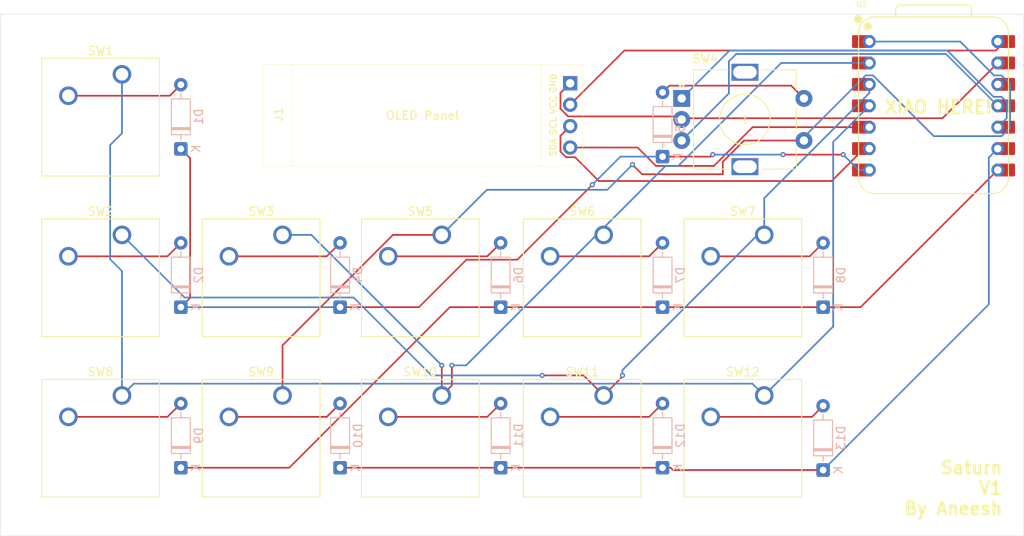
<source format=kicad_pcb>
(kicad_pcb (version 20241229) (generator "pcbnew") (generator_version "9.0")
  (layers (0 "F.Cu" signal) (2 "B.Cu" signal) (13 "F.Paste" user) (15 "B.Paste" user) (5 "F.SilkS" user "F.Silkscreen") (7 "B.SilkS" user "B.Silkscreen") (1 "F.Mask" user) (3 "B.Mask" user) (25 "Edge.Cuts" user))
  (net 0 "")
  (net 1 "Net-(D1-A)")
  (net 2 "R0")
  (net 3 "Net-(D2-A)")
  (net 4 "Net-(D4-A)")
  (net 5 "Net-(D5-A)")
  (net 6 "Net-(D6-A)")
  (net 7 "R1")
  (net 8 "Net-(D7-A)")
  (net 9 "Net-(D8-A)")
  (net 10 "Net-(D9-A)")
  (net 11 "Net-(D10-A)")
  (net 12 "R2")
  (net 13 "Net-(D11-A)")
  (net 14 "Net-(D12-A)")
  (net 15 "Net-(D13-A)")
  (net 16 "SCL")
  (net 17 "SDA")
  (net 18 "+5V")
  (net 19 "GND")
  (net 20 "C3")
  (net 21 "C2")
  (net 22 "C1")
  (net 23 "C0")
  (net 24 "EC11A")
  (net 25 "EC11B")
  (net 26 "+3.3V")
  (footprint "Button_Switch_Keyboard:SW_Cherry_MX_1.00u_PCB" (layer "F.Cu") (at 147.7932 114.3)
    (property "Reference" "SW12" (at -2.54 -2.794 0) (layer "F.SilkS"))
    (property "Value" "SW_Push_45deg")
    (fp_line (start -9.525 -1.905) (end 4.445 -1.905) (stroke (width 0.12)) (layer "F.SilkS"))
    (fp_line (start -9.525 12.065) (end -9.525 -1.905) (stroke (width 0.12)) (layer "F.SilkS"))
    (fp_line (start 4.445 -1.905) (end 4.445 12.065) (stroke (width 0.12)) (layer "F.SilkS"))
    (fp_line (start 4.445 12.065) (end -9.525 12.065) (stroke (width 0.12)) (layer "F.SilkS"))
    (pad "" np_thru_hole circle (at -7.62 5.08) (size 1.7 1.7) (drill 1.7) (layers "*.Cu" "*.Mask"))
    (pad "" np_thru_hole circle (at -2.54 5.08) (size 4 4) (drill 4) (layers "*.Cu" "*.Mask"))
    (pad "" np_thru_hole circle (at 2.54 5.08) (size 1.7 1.7) (drill 1.7) (layers "*.Cu" "*.Mask"))
    (pad "1" thru_hole circle (at 0 0) (size 2.2 2.2) (drill 1.5) (layers "*.Cu" "*.Mask") (net 20 "C3"))
    (pad "2" thru_hole circle (at -6.35 2.54) (size 2.2 2.2) (drill 1.5) (layers "*.Cu" "*.Mask") (net 15 "Net-(D13-A)"))
  )
  (footprint "Button_Switch_Keyboard:SW_Cherry_MX_1.00u_PCB" (layer "F.Cu") (at 109.5375 95.25)
    (property "Reference" "SW5" (at -2.54 -2.794 0) (layer "F.SilkS"))
    (property "Value" "SW_Push_45deg")
    (fp_line (start -9.525 -1.905) (end 4.445 -1.905) (stroke (width 0.12)) (layer "F.SilkS"))
    (fp_line (start -9.525 12.065) (end -9.525 -1.905) (stroke (width 0.12)) (layer "F.SilkS"))
    (fp_line (start 4.445 -1.905) (end 4.445 12.065) (stroke (width 0.12)) (layer "F.SilkS"))
    (fp_line (start 4.445 12.065) (end -9.525 12.065) (stroke (width 0.12)) (layer "F.SilkS"))
    (pad "" np_thru_hole circle (at -7.62 5.08) (size 1.7 1.7) (drill 1.7) (layers "*.Cu" "*.Mask"))
    (pad "" np_thru_hole circle (at -2.54 5.08) (size 4 4) (drill 4) (layers "*.Cu" "*.Mask"))
    (pad "" np_thru_hole circle (at 2.54 5.08) (size 1.7 1.7) (drill 1.7) (layers "*.Cu" "*.Mask"))
    (pad "1" thru_hole circle (at 0 0) (size 2.2 2.2) (drill 1.5) (layers "*.Cu" "*.Mask") (net 23 "C0"))
    (pad "2" thru_hole circle (at -6.35 2.54) (size 2.2 2.2) (drill 1.5) (layers "*.Cu" "*.Mask") (net 6 "Net-(D6-A)"))
  )
  (footprint "Button_Switch_Keyboard:SW_Cherry_MX_1.00u_PCB" (layer "F.Cu") (at 147.7932 95.25)
    (property "Reference" "SW7" (at -2.54 -2.794 0) (layer "F.SilkS"))
    (property "Value" "SW_Push_45deg")
    (fp_line (start -9.525 -1.905) (end 4.445 -1.905) (stroke (width 0.12)) (layer "F.SilkS"))
    (fp_line (start -9.525 12.065) (end -9.525 -1.905) (stroke (width 0.12)) (layer "F.SilkS"))
    (fp_line (start 4.445 -1.905) (end 4.445 12.065) (stroke (width 0.12)) (layer "F.SilkS"))
    (fp_line (start 4.445 12.065) (end -9.525 12.065) (stroke (width 0.12)) (layer "F.SilkS"))
    (pad "" np_thru_hole circle (at -7.62 5.08) (size 1.7 1.7) (drill 1.7) (layers "*.Cu" "*.Mask"))
    (pad "" np_thru_hole circle (at -2.54 5.08) (size 4 4) (drill 4) (layers "*.Cu" "*.Mask"))
    (pad "" np_thru_hole circle (at 2.54 5.08) (size 1.7 1.7) (drill 1.7) (layers "*.Cu" "*.Mask"))
    (pad "1" thru_hole circle (at 0 0) (size 2.2 2.2) (drill 1.5) (layers "*.Cu" "*.Mask") (net 21 "C2"))
    (pad "2" thru_hole circle (at -6.35 2.54) (size 2.2 2.2) (drill 1.5) (layers "*.Cu" "*.Mask") (net 9 "Net-(D8-A)"))
  )
  (footprint "Button_Switch_Keyboard:SW_Cherry_MX_1.00u_PCB" (layer "F.Cu") (at 71.5948 76.2)
    (property "Reference" "SW1" (at -2.54 -2.794 0) (layer "F.SilkS"))
    (property "Value" "SW_Push_45deg")
    (fp_line (start -9.525 -1.905) (end 4.445 -1.905) (stroke (width 0.12)) (layer "F.SilkS"))
    (fp_line (start -9.525 12.065) (end -9.525 -1.905) (stroke (width 0.12)) (layer "F.SilkS"))
    (fp_line (start 4.445 -1.905) (end 4.445 12.065) (stroke (width 0.12)) (layer "F.SilkS"))
    (fp_line (start 4.445 12.065) (end -9.525 12.065) (stroke (width 0.12)) (layer "F.SilkS"))
    (pad "" np_thru_hole circle (at -7.62 5.08) (size 1.7 1.7) (drill 1.7) (layers "*.Cu" "*.Mask"))
    (pad "" np_thru_hole circle (at -2.54 5.08) (size 4 4) (drill 4) (layers "*.Cu" "*.Mask"))
    (pad "" np_thru_hole circle (at 2.54 5.08) (size 1.7 1.7) (drill 1.7) (layers "*.Cu" "*.Mask"))
    (pad "1" thru_hole circle (at 0 0) (size 2.2 2.2) (drill 1.5) (layers "*.Cu" "*.Mask") (net 20 "C3"))
    (pad "2" thru_hole circle (at -6.35 2.54) (size 2.2 2.2) (drill 1.5) (layers "*.Cu" "*.Mask") (net 1 "Net-(D1-A)"))
  )
  (footprint "Button_Switch_Keyboard:SW_Cherry_MX_1.00u_PCB" (layer "F.Cu") (at 71.5948 95.25)
    (property "Reference" "SW2" (at -2.54 -2.794 0) (layer "F.SilkS"))
    (property "Value" "SW_Push_45deg")
    (fp_line (start -9.525 -1.905) (end 4.445 -1.905) (stroke (width 0.12)) (layer "F.SilkS"))
    (fp_line (start -9.525 12.065) (end -9.525 -1.905) (stroke (width 0.12)) (layer "F.SilkS"))
    (fp_line (start 4.445 -1.905) (end 4.445 12.065) (stroke (width 0.12)) (layer "F.SilkS"))
    (fp_line (start 4.445 12.065) (end -9.525 12.065) (stroke (width 0.12)) (layer "F.SilkS"))
    (pad "" np_thru_hole circle (at -7.62 5.08) (size 1.7 1.7) (drill 1.7) (layers "*.Cu" "*.Mask"))
    (pad "" np_thru_hole circle (at -2.54 5.08) (size 4 4) (drill 4) (layers "*.Cu" "*.Mask"))
    (pad "" np_thru_hole circle (at 2.54 5.08) (size 1.7 1.7) (drill 1.7) (layers "*.Cu" "*.Mask"))
    (pad "1" thru_hole circle (at 0 0) (size 2.2 2.2) (drill 1.5) (layers "*.Cu" "*.Mask") (net 21 "C2"))
    (pad "2" thru_hole circle (at -6.35 2.54) (size 2.2 2.2) (drill 1.5) (layers "*.Cu" "*.Mask") (net 3 "Net-(D2-A)"))
  )
  (footprint "Button_Switch_Keyboard:SW_Cherry_MX_1.00u_PCB" (layer "F.Cu") (at 128.7436 114.3)
    (property "Reference" "SW11" (at -2.54 -2.794 0) (layer "F.SilkS"))
    (property "Value" "SW_Push_45deg")
    (fp_line (start -9.525 -1.905) (end 4.445 -1.905) (stroke (width 0.12)) (layer "F.SilkS"))
    (fp_line (start -9.525 12.065) (end -9.525 -1.905) (stroke (width 0.12)) (layer "F.SilkS"))
    (fp_line (start 4.445 -1.905) (end 4.445 12.065) (stroke (width 0.12)) (layer "F.SilkS"))
    (fp_line (start 4.445 12.065) (end -9.525 12.065) (stroke (width 0.12)) (layer "F.SilkS"))
    (pad "" np_thru_hole circle (at -7.62 5.08) (size 1.7 1.7) (drill 1.7) (layers "*.Cu" "*.Mask"))
    (pad "" np_thru_hole circle (at -2.54 5.08) (size 4 4) (drill 4) (layers "*.Cu" "*.Mask"))
    (pad "" np_thru_hole circle (at 2.54 5.08) (size 1.7 1.7) (drill 1.7) (layers "*.Cu" "*.Mask"))
    (pad "1" thru_hole circle (at 0 0) (size 2.2 2.2) (drill 1.5) (layers "*.Cu" "*.Mask") (net 21 "C2"))
    (pad "2" thru_hole circle (at -6.35 2.54) (size 2.2 2.2) (drill 1.5) (layers "*.Cu" "*.Mask") (net 14 "Net-(D12-A)"))
  )
  (footprint "Button_Switch_Keyboard:SW_Cherry_MX_1.00u_PCB" (layer "F.Cu") (at 109.5375 114.3)
    (property "Reference" "SW10" (at -2.54 -2.794 0) (layer "F.SilkS"))
    (property "Value" "SW_Push_45deg")
    (fp_line (start -9.525 -1.905) (end 4.445 -1.905) (stroke (width 0.12)) (layer "F.SilkS"))
    (fp_line (start -9.525 12.065) (end -9.525 -1.905) (stroke (width 0.12)) (layer "F.SilkS"))
    (fp_line (start 4.445 -1.905) (end 4.445 12.065) (stroke (width 0.12)) (layer "F.SilkS"))
    (fp_line (start 4.445 12.065) (end -9.525 12.065) (stroke (width 0.12)) (layer "F.SilkS"))
    (pad "" np_thru_hole circle (at -7.62 5.08) (size 1.7 1.7) (drill 1.7) (layers "*.Cu" "*.Mask"))
    (pad "" np_thru_hole circle (at -2.54 5.08) (size 4 4) (drill 4) (layers "*.Cu" "*.Mask"))
    (pad "" np_thru_hole circle (at 2.54 5.08) (size 1.7 1.7) (drill 1.7) (layers "*.Cu" "*.Mask"))
    (pad "1" thru_hole circle (at 0 0) (size 2.2 2.2) (drill 1.5) (layers "*.Cu" "*.Mask") (net 22 "C1"))
    (pad "2" thru_hole circle (at -6.35 2.54) (size 2.2 2.2) (drill 1.5) (layers "*.Cu" "*.Mask") (net 13 "Net-(D11-A)"))
  )
  (footprint "Button_Switch_Keyboard:SW_Cherry_MX_1.00u_PCB" (layer "F.Cu") (at 128.7436 95.25)
    (property "Reference" "SW6" (at -2.54 -2.794 0) (layer "F.SilkS"))
    (property "Value" "SW_Push_45deg")
    (fp_line (start -9.525 -1.905) (end 4.445 -1.905) (stroke (width 0.12)) (layer "F.SilkS"))
    (fp_line (start -9.525 12.065) (end -9.525 -1.905) (stroke (width 0.12)) (layer "F.SilkS"))
    (fp_line (start 4.445 -1.905) (end 4.445 12.065) (stroke (width 0.12)) (layer "F.SilkS"))
    (fp_line (start 4.445 12.065) (end -9.525 12.065) (stroke (width 0.12)) (layer "F.SilkS"))
    (pad "" np_thru_hole circle (at -7.62 5.08) (size 1.7 1.7) (drill 1.7) (layers "*.Cu" "*.Mask"))
    (pad "" np_thru_hole circle (at -2.54 5.08) (size 4 4) (drill 4) (layers "*.Cu" "*.Mask"))
    (pad "" np_thru_hole circle (at 2.54 5.08) (size 1.7 1.7) (drill 1.7) (layers "*.Cu" "*.Mask"))
    (pad "1" thru_hole circle (at 0 0) (size 2.2 2.2) (drill 1.5) (layers "*.Cu" "*.Mask") (net 22 "C1"))
    (pad "2" thru_hole circle (at -6.35 2.54) (size 2.2 2.2) (drill 1.5) (layers "*.Cu" "*.Mask") (net 8 "Net-(D7-A)"))
  )
  (footprint "Rotary encoder:RotaryEncoder_Alps_EC11E-Switch_Vertical_H20mm" (layer "F.Cu") (at 138.0032 79.0561)
    (property "Reference" "SW4" (at 2.8 -4.7 0) (layer "F.SilkS"))
    (property "Value" "RotaryEncoder_Switch")
    (fp_line (start -0.3 -1.6) (end 0.3 -1.6) (stroke (width 0.12)) (layer "F.SilkS"))
    (fp_line (start 0 -1.3) (end -0.3 -1.6) (stroke (width 0.12)) (layer "F.SilkS"))
    (fp_line (start 0.3 -1.6) (end 0 -1.3) (stroke (width 0.12)) (layer "F.SilkS"))
    (fp_line (start 1.4 -3.4) (end 1.4 8.4) (stroke (width 0.12)) (layer "F.SilkS"))
    (fp_line (start 5.5 -3.4) (end 1.4 -3.4) (stroke (width 0.12)) (layer "F.SilkS"))
    (fp_line (start 5.5 8.4) (end 1.4 8.4) (stroke (width 0.12)) (layer "F.SilkS"))
    (fp_line (start 7 2.5) (end 8 2.5) (stroke (width 0.12)) (layer "F.SilkS"))
    (fp_line (start 7.5 2) (end 7.5 3) (stroke (width 0.12)) (layer "F.SilkS"))
    (fp_line (start 9.5 -3.4) (end 13.6 -3.4) (stroke (width 0.12)) (layer "F.SilkS"))
    (fp_line (start 13.6 -3.4) (end 13.6 -1) (stroke (width 0.12)) (layer "F.SilkS"))
    (fp_line (start 13.6 1.2) (end 13.6 3.8) (stroke (width 0.12)) (layer "F.SilkS"))
    (fp_line (start 13.6 6) (end 13.6 8.4) (stroke (width 0.12)) (layer "F.SilkS"))
    (fp_line (start 13.6 8.4) (end 9.5 8.4) (stroke (width 0.12)) (layer "F.SilkS"))
    (fp_circle (center 7.5 2.5) (end 10.5 2.5) (stroke (width 0.12)) (fill no) (layer "F.SilkS"))
    (pad "A" thru_hole rect (at 0 0) (size 2 2) (drill 1) (layers "*.Cu" "*.Mask") (net 24 "EC11A"))
    (pad "B" thru_hole circle (at 0 5) (size 2 2) (drill 1) (layers "*.Cu" "*.Mask") (net 25 "EC11B"))
    (pad "C" thru_hole circle (at 0 2.5) (size 2 2) (drill 1) (layers "*.Cu" "*.Mask") (net 19 "GND"))
    (pad "MP" thru_hole rect (at 7.5 -3.1) (size 3.2 2) (drill oval 2.8 1.5) (layers "*.Cu" "*.Mask"))
    (pad "MP" thru_hole rect (at 7.5 8.1) (size 3.2 2) (drill oval 2.8 1.5) (layers "*.Cu" "*.Mask"))
    (pad "S1" thru_hole circle (at 14.5 5) (size 2 2) (drill 1) (layers "*.Cu" "*.Mask") (net 23 "C0"))
    (pad "S2" thru_hole circle (at 14.5 0) (size 2 2) (drill 1) (layers "*.Cu" "*.Mask") (net 5 "Net-(D5-A)"))
  )
  (footprint "Button_Switch_Keyboard:SW_Cherry_MX_1.00u_PCB" (layer "F.Cu") (at 90.6444 95.25)
    (property "Reference" "SW3" (at -2.54 -2.794 0) (layer "F.SilkS"))
    (property "Value" "SW_Push_45deg")
    (fp_line (start -9.525 -1.905) (end 4.445 -1.905) (stroke (width 0.12)) (layer "F.SilkS"))
    (fp_line (start -9.525 12.065) (end -9.525 -1.905) (stroke (width 0.12)) (layer "F.SilkS"))
    (fp_line (start 4.445 -1.905) (end 4.445 12.065) (stroke (width 0.12)) (layer "F.SilkS"))
    (fp_line (start 4.445 12.065) (end -9.525 12.065) (stroke (width 0.12)) (layer "F.SilkS"))
    (pad "" np_thru_hole circle (at -7.62 5.08) (size 1.7 1.7) (drill 1.7) (layers "*.Cu" "*.Mask"))
    (pad "" np_thru_hole circle (at -2.54 5.08) (size 4 4) (drill 4) (layers "*.Cu" "*.Mask"))
    (pad "" np_thru_hole circle (at 2.54 5.08) (size 1.7 1.7) (drill 1.7) (layers "*.Cu" "*.Mask"))
    (pad "1" thru_hole circle (at 0 0) (size 2.2 2.2) (drill 1.5) (layers "*.Cu" "*.Mask") (net 22 "C1"))
    (pad "2" thru_hole circle (at -6.35 2.54) (size 2.2 2.2) (drill 1.5) (layers "*.Cu" "*.Mask") (net 4 "Net-(D4-A)"))
  )
  (footprint "KiCad-SSD1306-0.91-OLED-4pin-128x32.pretty-master:SSD1306-0.91-OLED-4pin-128x32" (layer "F.Cu") (at 88.269 75.0758)
    (property "Reference" "J1" (at 1.9 5.91 90) (layer "F.SilkS"))
    (property "Value" "Conn_01x04_Pin")
    (fp_line (start 0 0) (end 0 12) (stroke (width 0.04)) (layer "F.SilkS"))
    (fp_line (start 0 12) (end 38 12) (stroke (width 0.04)) (layer "F.SilkS"))
    (fp_line (start 3.5 0) (end 3.5 12) (stroke (width 0.04)) (layer "F.SilkS"))
    (fp_line (start 33 0) (end 33 12) (stroke (width 0.04)) (layer "F.SilkS"))
    (fp_line (start 38 0) (end 0 0) (stroke (width 0.04)) (layer "F.SilkS"))
    (fp_line (start 38 12) (end 38 0) (stroke (width 0.04)) (layer "F.SilkS"))
    (fp_text user "OLED Panel" (at 19 6 0) (layer "F.SilkS"))
    (fp_text user "SCL" (at 34.5 7.27 270) (layer "F.SilkS") (effects (font (size 0.75 0.75))))
    (fp_text user "VCC" (at 34.5 4.73 270) (layer "F.SilkS") (effects (font (size 0.75 0.75))))
    (fp_text user "SDA" (at 34.5 9.81 270) (layer "F.SilkS") (effects (font (size 0.75 0.75))))
    (fp_text user "GND" (at 34.5 2.19 270) (layer "F.SilkS") (effects (font (size 0.75 0.75))))
    (pad "1" thru_hole rect (at 36.5 2.19) (size 1.7 1.7) (drill 1) (layers "*.Cu" "*.Mask") (net 19 "GND"))
    (pad "2" thru_hole oval (at 36.5 4.73) (size 1.7 1.7) (drill 1) (layers "*.Cu" "*.Mask") (net 18 "+5V"))
    (pad "3" thru_hole oval (at 36.5 7.27) (size 1.7 1.7) (drill 1) (layers "*.Cu" "*.Mask") (net 16 "SCL"))
    (pad "4" thru_hole oval (at 36.5 9.81) (size 1.7 1.7) (drill 1) (layers "*.Cu" "*.Mask") (net 17 "SDA"))
  )
  (footprint "Seeed Studio XIAO Series Library:XIAO-RP2040-DIP" (layer "F.Cu") (at 167.88165 79.93225)
    (property "Reference" "U2" (at -8.5 -12 0) (layer "F.SilkS") (effects (font (size 0.635 0.635) (thickness 0.1016))))
    (property "Value" "XIAO-RP2040-DIP")
    (fp_line (start -8.89 8.509) (end -8.89 -8.636) (stroke (width 0.127)) (layer "F.SilkS"))
    (fp_line (start -6.985 10.414) (end 6.985 10.414) (stroke (width 0.127)) (layer "F.SilkS"))
    (fp_line (start -4.495 -10.541) (end -4.491272 -11.451272) (stroke (width 0.127)) (layer "F.SilkS"))
    (fp_line (start -3.991272 -11.951) (end 4.004 -11.951) (stroke (width 0.127)) (layer "F.SilkS"))
    (fp_line (start 4.504 -11.451) (end 4.504 -10.541) (stroke (width 0.127)) (layer "F.SilkS"))
    (fp_line (start 6.985 -10.541) (end -6.985 -10.541) (stroke (width 0.1)) (layer "F.SilkS"))
    (fp_line (start 6.985 -10.541) (end -6.985 -10.541) (stroke (width 0.127)) (layer "F.SilkS"))
    (fp_line (start 8.89 8.509) (end 8.89 -8.636) (stroke (width 0.127)) (layer "F.SilkS"))
    (fp_arc (start -8.89 -8.636) (mid -8.332038 -9.983038) (end -6.985 -10.541) (stroke (width 0.127)) (layer "F.SilkS"))
    (fp_arc (start -6.985 10.414) (mid -8.332038 9.856038) (end -8.89 8.509) (stroke (width 0.127)) (layer "F.SilkS"))
    (fp_arc (start -4.491272 -11.451272) (mid -4.344728 -11.80464) (end -3.991272 -11.951) (stroke (width 0.127)) (layer "F.SilkS"))
    (fp_arc (start 4.004 -11.951) (mid 4.357553 -11.804553) (end 4.504 -11.451) (stroke (width 0.127)) (layer "F.SilkS"))
    (fp_arc (start 6.985 -10.541) (mid 8.332038 -9.983038) (end 8.89 -8.636) (stroke (width 0.127)) (layer "F.SilkS"))
    (fp_arc (start 8.89 8.509) (mid 8.332038 9.856038) (end 6.985 10.414) (stroke (width 0.127)) (layer "F.SilkS"))
    (fp_circle (center -8.95 -10.3) (end -8.95 -10.554) (stroke (width 0.5)) (fill yes) (layer "F.SilkS"))
    (fp_circle (center -7.807 -9.42) (end -7.807 -9.674) (stroke (width 0.5)) (fill yes) (layer "F.SilkS"))
    (pad "1" smd roundrect (at -8.455 -7.62 180) (size 2.432 1.524) (layers "F.Cu" "F.Mask") (roundrect_rratio 0.1) (net 23 "C0"))
    (pad "1" thru_hole circle (at -7.62 -7.62 180) (size 1.524 1.524) (drill 0.889) (layers "*.Cu" "*.Mask") (net 23 "C0"))
    (pad "2" smd roundrect (at -8.455 -5.08 180) (size 2.432 1.524) (layers "F.Cu" "F.Mask") (roundrect_rratio 0.1) (net 22 "C1"))
    (pad "2" thru_hole circle (at -7.62 -5.08 180) (size 1.524 1.524) (drill 0.889) (layers "*.Cu" "*.Mask") (net 22 "C1"))
    (pad "3" smd roundrect (at -8.455 -2.54 180) (size 2.432 1.524) (layers "F.Cu" "F.Mask") (roundrect_rratio 0.1) (net 21 "C2"))
    (pad "3" thru_hole circle (at -7.62 -2.54 180) (size 1.524 1.524) (drill 0.889) (layers "*.Cu" "*.Mask") (net 21 "C2"))
    (pad "4" smd roundrect (at -8.455 0 180) (size 2.432 1.524) (layers "F.Cu" "F.Mask") (roundrect_rratio 0.1) (net 20 "C3"))
    (pad "4" thru_hole circle (at -7.62 0 180) (size 1.524 1.524) (drill 0.889) (layers "*.Cu" "*.Mask") (net 20 "C3"))
    (pad "5" smd roundrect (at -8.455 2.54 180) (size 2.432 1.524) (layers "F.Cu" "F.Mask") (roundrect_rratio 0.1) (net 17 "SDA"))
    (pad "5" thru_hole circle (at -7.62 2.54 180) (size 1.524 1.524) (drill 0.889) (layers "*.Cu" "*.Mask") (net 17 "SDA"))
    (pad "6" smd roundrect (at -8.455 5.08 180) (size 2.432 1.524) (layers "F.Cu" "F.Mask") (roundrect_rratio 0.1) (net 16 "SCL"))
    (pad "6" thru_hole circle (at -7.62 5.08 180) (size 1.524 1.524) (drill 0.889) (layers "*.Cu" "*.Mask") (net 16 "SCL"))
    (pad "7" smd roundrect (at -8.455 7.62 180) (size 2.432 1.524) (layers "F.Cu" "F.Mask") (roundrect_rratio 0.1) (net 2 "R0"))
    (pad "7" thru_hole circle (at -7.62 7.62 180) (size 1.524 1.524) (drill 0.889) (layers "*.Cu" "*.Mask") (net 2 "R0"))
    (pad "8" thru_hole circle (at 7.62 7.62) (size 1.524 1.524) (drill 0.889) (layers "*.Cu" "*.Mask") (net 7 "R1"))
    (pad "8" smd roundrect (at 8.455 7.62) (size 2.432 1.524) (layers "F.Cu" "F.Mask") (roundrect_rratio 0.1) (net 7 "R1"))
    (pad "9" thru_hole circle (at 7.62 5.08) (size 1.524 1.524) (drill 0.889) (layers "*.Cu" "*.Mask") (net 12 "R2"))
    (pad "9" smd roundrect (at 8.455 5.08) (size 2.432 1.524) (layers "F.Cu" "F.Mask") (roundrect_rratio 0.1) (net 12 "R2"))
    (pad "10" thru_hole circle (at 7.62 2.54) (size 1.524 1.524) (drill 0.889) (layers "*.Cu" "*.Mask") (net 24 "EC11A"))
    (pad "10" smd roundrect (at 8.455 2.54) (size 2.432 1.524) (layers "F.Cu" "F.Mask") (roundrect_rratio 0.1) (net 24 "EC11A"))
    (pad "11" thru_hole circle (at 7.62 0) (size 1.524 1.524) (drill 0.889) (layers "*.Cu" "*.Mask") (net 25 "EC11B"))
    (pad "11" smd roundrect (at 8.455 0) (size 2.432 1.524) (layers "F.Cu" "F.Mask") (roundrect_rratio 0.1) (net 25 "EC11B"))
    (pad "12" thru_hole circle (at 7.62 -2.54) (size 1.524 1.524) (drill 0.889) (layers "*.Cu" "*.Mask") (net 26 "+3.3V"))
    (pad "12" smd roundrect (at 8.455 -2.54) (size 2.432 1.524) (layers "F.Cu" "F.Mask") (roundrect_rratio 0.1) (net 26 "+3.3V"))
    (pad "13" thru_hole circle (at 7.62 -5.08) (size 1.524 1.524) (drill 0.889) (layers "*.Cu" "*.Mask") (net 19 "GND"))
    (pad "13" smd roundrect (at 8.455 -5.08) (size 2.432 1.524) (layers "F.Cu" "F.Mask") (roundrect_rratio 0.1) (net 19 "GND"))
    (pad "14" thru_hole circle (at 7.62 -7.62) (size 1.524 1.524) (drill 0.889) (layers "*.Cu" "*.Mask") (net 18 "+5V"))
    (pad "14" smd roundrect (at 8.455 -7.62) (size 2.432 1.524) (layers "F.Cu" "F.Mask") (roundrect_rratio 0.1) (net 18 "+5V"))
  )
  (footprint "Button_Switch_Keyboard:SW_Cherry_MX_1.00u_PCB" (layer "F.Cu") (at 71.5948 114.3)
    (property "Reference" "SW8" (at -2.54 -2.794 0) (layer "F.SilkS"))
    (property "Value" "SW_Push_45deg")
    (fp_line (start -9.525 -1.905) (end 4.445 -1.905) (stroke (width 0.12)) (layer "F.SilkS"))
    (fp_line (start -9.525 12.065) (end -9.525 -1.905) (stroke (width 0.12)) (layer "F.SilkS"))
    (fp_line (start 4.445 -1.905) (end 4.445 12.065) (stroke (width 0.12)) (layer "F.SilkS"))
    (fp_line (start 4.445 12.065) (end -9.525 12.065) (stroke (width 0.12)) (layer "F.SilkS"))
    (pad "" np_thru_hole circle (at -7.62 5.08) (size 1.7 1.7) (drill 1.7) (layers "*.Cu" "*.Mask"))
    (pad "" np_thru_hole circle (at -2.54 5.08) (size 4 4) (drill 4) (layers "*.Cu" "*.Mask"))
    (pad "" np_thru_hole circle (at 2.54 5.08) (size 1.7 1.7) (drill 1.7) (layers "*.Cu" "*.Mask"))
    (pad "1" thru_hole circle (at 0 0) (size 2.2 2.2) (drill 1.5) (layers "*.Cu" "*.Mask") (net 20 "C3"))
    (pad "2" thru_hole circle (at -6.35 2.54) (size 2.2 2.2) (drill 1.5) (layers "*.Cu" "*.Mask") (net 10 "Net-(D9-A)"))
  )
  (footprint "Button_Switch_Keyboard:SW_Cherry_MX_1.00u_PCB" (layer "F.Cu") (at 90.6444 114.3)
    (property "Reference" "SW9" (at -2.54 -2.794 0) (layer "F.SilkS"))
    (property "Value" "SW_Push_45deg")
    (fp_line (start -9.525 -1.905) (end 4.445 -1.905) (stroke (width 0.12)) (layer "F.SilkS"))
    (fp_line (start -9.525 12.065) (end -9.525 -1.905) (stroke (width 0.12)) (layer "F.SilkS"))
    (fp_line (start 4.445 -1.905) (end 4.445 12.065) (stroke (width 0.12)) (layer "F.SilkS"))
    (fp_line (start 4.445 12.065) (end -9.525 12.065) (stroke (width 0.12)) (layer "F.SilkS"))
    (pad "" np_thru_hole circle (at -7.62 5.08) (size 1.7 1.7) (drill 1.7) (layers "*.Cu" "*.Mask"))
    (pad "" np_thru_hole circle (at -2.54 5.08) (size 4 4) (drill 4) (layers "*.Cu" "*.Mask"))
    (pad "" np_thru_hole circle (at 2.54 5.08) (size 1.7 1.7) (drill 1.7) (layers "*.Cu" "*.Mask"))
    (pad "1" thru_hole circle (at 0 0) (size 2.2 2.2) (drill 1.5) (layers "*.Cu" "*.Mask") (net 23 "C0"))
    (pad "2" thru_hole circle (at -6.35 2.54) (size 2.2 2.2) (drill 1.5) (layers "*.Cu" "*.Mask") (net 11 "Net-(D10-A)"))
  )
  (footprint "Diode_THT:D_DO-35_SOD27_P7.62mm_Horizontal" (layer "B.Cu") (at 116.5225 122.8746 90)
    (property "Reference" "D11" (at 3.81 2.12 270) (layer "B.SilkS") (effects (justify mirror)))
    (property "Value" "1N4148WT")
    (fp_line (start 6.58 0) (end 5.93 0) (stroke (width 0.12)) (layer "B.SilkS"))
    (fp_line (start 1.04 0) (end 1.69 0) (stroke (width 0.12)) (layer "B.SilkS"))
    (fp_line (start 2.53 1.12) (end 2.53 -1.12) (stroke (width 0.12)) (layer "B.SilkS"))
    (fp_line (start 2.41 1.12) (end 2.41 -1.12) (stroke (width 0.12)) (layer "B.SilkS"))
    (fp_line (start 2.29 1.12) (end 2.29 -1.12) (stroke (width 0.12)) (layer "B.SilkS"))
    (fp_rect (start 1.69 1.12) (end 5.93 -1.12) (stroke (width 0.12)) (fill no) (layer "B.SilkS"))
    (fp_text user "K" (at 0 1.8 270) (layer "B.SilkS") (effects (justify mirror)))
    (pad "1" thru_hole roundrect (at 0 0 90) (size 1.6 1.6) (drill 0.8) (layers "*.Cu" "*.Mask") (roundrect_rratio 0.15625) (net 12 "R2"))
    (pad "2" thru_hole circle (at 7.62 0 90) (size 1.6 1.6) (drill 0.8) (layers "*.Cu" "*.Mask") (net 13 "Net-(D11-A)"))
  )
  (footprint "Diode_THT:D_DO-35_SOD27_P7.62mm_Horizontal" (layer "B.Cu") (at 154.778 123.1499 90)
    (property "Reference" "D13" (at 3.81 2.12 270) (layer "B.SilkS") (effects (justify mirror)))
    (property "Value" "1N4148WT")
    (fp_line (start 6.58 0) (end 5.93 0) (stroke (width 0.12)) (layer "B.SilkS"))
    (fp_line (start 1.04 0) (end 1.69 0) (stroke (width 0.12)) (layer "B.SilkS"))
    (fp_line (start 2.53 1.12) (end 2.53 -1.12) (stroke (width 0.12)) (layer "B.SilkS"))
    (fp_line (start 2.41 1.12) (end 2.41 -1.12) (stroke (width 0.12)) (layer "B.SilkS"))
    (fp_line (start 2.29 1.12) (end 2.29 -1.12) (stroke (width 0.12)) (layer "B.SilkS"))
    (fp_rect (start 1.69 1.12) (end 5.93 -1.12) (stroke (width 0.12)) (fill no) (layer "B.SilkS"))
    (fp_text user "K" (at 0 1.8 270) (layer "B.SilkS") (effects (justify mirror)))
    (pad "1" thru_hole roundrect (at 0 0 90) (size 1.6 1.6) (drill 0.8) (layers "*.Cu" "*.Mask") (roundrect_rratio 0.15625) (net 12 "R2"))
    (pad "2" thru_hole circle (at 7.62 0 90) (size 1.6 1.6) (drill 0.8) (layers "*.Cu" "*.Mask") (net 15 "Net-(D13-A)"))
  )
  (footprint "Diode_THT:D_DO-35_SOD27_P7.62mm_Horizontal" (layer "B.Cu") (at 154.778 103.8246 90)
    (property "Reference" "D8" (at 3.81 2.12 270) (layer "B.SilkS") (effects (justify mirror)))
    (property "Value" "1N4148WT")
    (fp_line (start 6.58 0) (end 5.93 0) (stroke (width 0.12)) (layer "B.SilkS"))
    (fp_line (start 1.04 0) (end 1.69 0) (stroke (width 0.12)) (layer "B.SilkS"))
    (fp_line (start 2.53 1.12) (end 2.53 -1.12) (stroke (width 0.12)) (layer "B.SilkS"))
    (fp_line (start 2.41 1.12) (end 2.41 -1.12) (stroke (width 0.12)) (layer "B.SilkS"))
    (fp_line (start 2.29 1.12) (end 2.29 -1.12) (stroke (width 0.12)) (layer "B.SilkS"))
    (fp_rect (start 1.69 1.12) (end 5.93 -1.12) (stroke (width 0.12)) (fill no) (layer "B.SilkS"))
    (fp_text user "K" (at 0 1.8 270) (layer "B.SilkS") (effects (justify mirror)))
    (pad "1" thru_hole roundrect (at 0 0 90) (size 1.6 1.6) (drill 0.8) (layers "*.Cu" "*.Mask") (roundrect_rratio 0.15625) (net 7 "R1"))
    (pad "2" thru_hole circle (at 7.62 0 90) (size 1.6 1.6) (drill 0.8) (layers "*.Cu" "*.Mask") (net 9 "Net-(D8-A)"))
  )
  (footprint "Diode_THT:D_DO-35_SOD27_P7.62mm_Horizontal" (layer "B.Cu") (at 78.5796 103.8246 90)
    (property "Reference" "D2" (at 3.81 2.12 270) (layer "B.SilkS") (effects (justify mirror)))
    (property "Value" "1N4148WT")
    (fp_line (start 6.58 0) (end 5.93 0) (stroke (width 0.12)) (layer "B.SilkS"))
    (fp_line (start 1.04 0) (end 1.69 0) (stroke (width 0.12)) (layer "B.SilkS"))
    (fp_line (start 2.53 1.12) (end 2.53 -1.12) (stroke (width 0.12)) (layer "B.SilkS"))
    (fp_line (start 2.41 1.12) (end 2.41 -1.12) (stroke (width 0.12)) (layer "B.SilkS"))
    (fp_line (start 2.29 1.12) (end 2.29 -1.12) (stroke (width 0.12)) (layer "B.SilkS"))
    (fp_rect (start 1.69 1.12) (end 5.93 -1.12) (stroke (width 0.12)) (fill no) (layer "B.SilkS"))
    (fp_text user "K" (at 0 1.8 270) (layer "B.SilkS") (effects (justify mirror)))
    (pad "1" thru_hole roundrect (at 0 0 90) (size 1.6 1.6) (drill 0.8) (layers "*.Cu" "*.Mask") (roundrect_rratio 0.15625) (net 2 "R0"))
    (pad "2" thru_hole circle (at 7.62 0 90) (size 1.6 1.6) (drill 0.8) (layers "*.Cu" "*.Mask") (net 3 "Net-(D2-A)"))
  )
  (footprint "Diode_THT:D_DO-35_SOD27_P7.62mm_Horizontal" (layer "B.Cu") (at 97.4725 122.8746 90)
    (property "Reference" "D10" (at 3.81 2.12 270) (layer "B.SilkS") (effects (justify mirror)))
    (property "Value" "1N4148WT")
    (fp_line (start 6.58 0) (end 5.93 0) (stroke (width 0.12)) (layer "B.SilkS"))
    (fp_line (start 1.04 0) (end 1.69 0) (stroke (width 0.12)) (layer "B.SilkS"))
    (fp_line (start 2.53 1.12) (end 2.53 -1.12) (stroke (width 0.12)) (layer "B.SilkS"))
    (fp_line (start 2.41 1.12) (end 2.41 -1.12) (stroke (width 0.12)) (layer "B.SilkS"))
    (fp_line (start 2.29 1.12) (end 2.29 -1.12) (stroke (width 0.12)) (layer "B.SilkS"))
    (fp_rect (start 1.69 1.12) (end 5.93 -1.12) (stroke (width 0.12)) (fill no) (layer "B.SilkS"))
    (fp_text user "K" (at 0 1.8 270) (layer "B.SilkS") (effects (justify mirror)))
    (pad "1" thru_hole roundrect (at 0 0 90) (size 1.6 1.6) (drill 0.8) (layers "*.Cu" "*.Mask") (roundrect_rratio 0.15625) (net 12 "R2"))
    (pad "2" thru_hole circle (at 7.62 0 90) (size 1.6 1.6) (drill 0.8) (layers "*.Cu" "*.Mask") (net 11 "Net-(D10-A)"))
  )
  (footprint "Diode_THT:D_DO-35_SOD27_P7.62mm_Horizontal" (layer "B.Cu") (at 135.7341 85.96485 90)
    (property "Reference" "D5" (at 3.81 2.12 270) (layer "B.SilkS") (effects (justify mirror)))
    (property "Value" "1N4148WT")
    (fp_line (start 6.58 0) (end 5.93 0) (stroke (width 0.12)) (layer "B.SilkS"))
    (fp_line (start 1.04 0) (end 1.69 0) (stroke (width 0.12)) (layer "B.SilkS"))
    (fp_line (start 2.53 1.12) (end 2.53 -1.12) (stroke (width 0.12)) (layer "B.SilkS"))
    (fp_line (start 2.41 1.12) (end 2.41 -1.12) (stroke (width 0.12)) (layer "B.SilkS"))
    (fp_line (start 2.29 1.12) (end 2.29 -1.12) (stroke (width 0.12)) (layer "B.SilkS"))
    (fp_rect (start 1.69 1.12) (end 5.93 -1.12) (stroke (width 0.12)) (fill no) (layer "B.SilkS"))
    (fp_text user "K" (at 0 1.8 270) (layer "B.SilkS") (effects (justify mirror)))
    (pad "1" thru_hole roundrect (at 0 0 90) (size 1.6 1.6) (drill 0.8) (layers "*.Cu" "*.Mask") (roundrect_rratio 0.15625) (net 2 "R0"))
    (pad "2" thru_hole circle (at 7.62 0 90) (size 1.6 1.6) (drill 0.8) (layers "*.Cu" "*.Mask") (net 5 "Net-(D5-A)"))
  )
  (footprint "Diode_THT:D_DO-35_SOD27_P7.62mm_Horizontal" (layer "B.Cu") (at 135.7284 103.8246 90)
    (property "Reference" "D7" (at 3.81 2.12 270) (layer "B.SilkS") (effects (justify mirror)))
    (property "Value" "1N4148WT")
    (fp_line (start 6.58 0) (end 5.93 0) (stroke (width 0.12)) (layer "B.SilkS"))
    (fp_line (start 1.04 0) (end 1.69 0) (stroke (width 0.12)) (layer "B.SilkS"))
    (fp_line (start 2.53 1.12) (end 2.53 -1.12) (stroke (width 0.12)) (layer "B.SilkS"))
    (fp_line (start 2.41 1.12) (end 2.41 -1.12) (stroke (width 0.12)) (layer "B.SilkS"))
    (fp_line (start 2.29 1.12) (end 2.29 -1.12) (stroke (width 0.12)) (layer "B.SilkS"))
    (fp_rect (start 1.69 1.12) (end 5.93 -1.12) (stroke (width 0.12)) (fill no) (layer "B.SilkS"))
    (fp_text user "K" (at 0 1.8 270) (layer "B.SilkS") (effects (justify mirror)))
    (pad "1" thru_hole roundrect (at 0 0 90) (size 1.6 1.6) (drill 0.8) (layers "*.Cu" "*.Mask") (roundrect_rratio 0.15625) (net 7 "R1"))
    (pad "2" thru_hole circle (at 7.62 0 90) (size 1.6 1.6) (drill 0.8) (layers "*.Cu" "*.Mask") (net 8 "Net-(D7-A)"))
  )
  (footprint "Diode_THT:D_DO-35_SOD27_P7.62mm_Horizontal" (layer "B.Cu") (at 135.7284 122.8746 90)
    (property "Reference" "D12" (at 3.81 2.12 270) (layer "B.SilkS") (effects (justify mirror)))
    (property "Value" "1N4148WT")
    (fp_line (start 6.58 0) (end 5.93 0) (stroke (width 0.12)) (layer "B.SilkS"))
    (fp_line (start 1.04 0) (end 1.69 0) (stroke (width 0.12)) (layer "B.SilkS"))
    (fp_line (start 2.53 1.12) (end 2.53 -1.12) (stroke (width 0.12)) (layer "B.SilkS"))
    (fp_line (start 2.41 1.12) (end 2.41 -1.12) (stroke (width 0.12)) (layer "B.SilkS"))
    (fp_line (start 2.29 1.12) (end 2.29 -1.12) (stroke (width 0.12)) (layer "B.SilkS"))
    (fp_rect (start 1.69 1.12) (end 5.93 -1.12) (stroke (width 0.12)) (fill no) (layer "B.SilkS"))
    (fp_text user "K" (at 0 1.8 270) (layer "B.SilkS") (effects (justify mirror)))
    (pad "1" thru_hole roundrect (at 0 0 90) (size 1.6 1.6) (drill 0.8) (layers "*.Cu" "*.Mask") (roundrect_rratio 0.15625) (net 12 "R2"))
    (pad "2" thru_hole circle (at 7.62 0 90) (size 1.6 1.6) (drill 0.8) (layers "*.Cu" "*.Mask") (net 14 "Net-(D12-A)"))
  )
  (footprint "Diode_THT:D_DO-35_SOD27_P7.62mm_Horizontal" (layer "B.Cu") (at 116.5225 103.8246 90)
    (property "Reference" "D6" (at 3.81 2.12 270) (layer "B.SilkS") (effects (justify mirror)))
    (property "Value" "1N4148WT")
    (fp_line (start 6.58 0) (end 5.93 0) (stroke (width 0.12)) (layer "B.SilkS"))
    (fp_line (start 1.04 0) (end 1.69 0) (stroke (width 0.12)) (layer "B.SilkS"))
    (fp_line (start 2.53 1.12) (end 2.53 -1.12) (stroke (width 0.12)) (layer "B.SilkS"))
    (fp_line (start 2.41 1.12) (end 2.41 -1.12) (stroke (width 0.12)) (layer "B.SilkS"))
    (fp_line (start 2.29 1.12) (end 2.29 -1.12) (stroke (width 0.12)) (layer "B.SilkS"))
    (fp_rect (start 1.69 1.12) (end 5.93 -1.12) (stroke (width 0.12)) (fill no) (layer "B.SilkS"))
    (fp_text user "K" (at 0 1.8 270) (layer "B.SilkS") (effects (justify mirror)))
    (pad "1" thru_hole roundrect (at 0 0 90) (size 1.6 1.6) (drill 0.8) (layers "*.Cu" "*.Mask") (roundrect_rratio 0.15625) (net 7 "R1"))
    (pad "2" thru_hole circle (at 7.62 0 90) (size 1.6 1.6) (drill 0.8) (layers "*.Cu" "*.Mask") (net 6 "Net-(D6-A)"))
  )
  (footprint "Diode_THT:D_DO-35_SOD27_P7.62mm_Horizontal" (layer "B.Cu") (at 78.5796 122.8746 90)
    (property "Reference" "D9" (at 3.81 2.12 270) (layer "B.SilkS") (effects (justify mirror)))
    (property "Value" "1N4148WT")
    (fp_line (start 6.58 0) (end 5.93 0) (stroke (width 0.12)) (layer "B.SilkS"))
    (fp_line (start 1.04 0) (end 1.69 0) (stroke (width 0.12)) (layer "B.SilkS"))
    (fp_line (start 2.53 1.12) (end 2.53 -1.12) (stroke (width 0.12)) (layer "B.SilkS"))
    (fp_line (start 2.41 1.12) (end 2.41 -1.12) (stroke (width 0.12)) (layer "B.SilkS"))
    (fp_line (start 2.29 1.12) (end 2.29 -1.12) (stroke (width 0.12)) (layer "B.SilkS"))
    (fp_rect (start 1.69 1.12) (end 5.93 -1.12) (stroke (width 0.12)) (fill no) (layer "B.SilkS"))
    (fp_text user "K" (at 0 1.8 270) (layer "B.SilkS") (effects (justify mirror)))
    (pad "1" thru_hole roundrect (at 0 0 90) (size 1.6 1.6) (drill 0.8) (layers "*.Cu" "*.Mask") (roundrect_rratio 0.15625) (net 7 "R1"))
    (pad "2" thru_hole circle (at 7.62 0 90) (size 1.6 1.6) (drill 0.8) (layers "*.Cu" "*.Mask") (net 10 "Net-(D9-A)"))
  )
  (footprint "Diode_THT:D_DO-35_SOD27_P7.62mm_Horizontal" (layer "B.Cu") (at 78.5796 85.0507 90)
    (property "Reference" "D1" (at 3.81 2.12 270) (layer "B.SilkS") (effects (justify mirror)))
    (property "Value" "1N4148WT")
    (fp_line (start 6.58 0) (end 5.93 0) (stroke (width 0.12)) (layer "B.SilkS"))
    (fp_line (start 1.04 0) (end 1.69 0) (stroke (width 0.12)) (layer "B.SilkS"))
    (fp_line (start 2.53 1.12) (end 2.53 -1.12) (stroke (width 0.12)) (layer "B.SilkS"))
    (fp_line (start 2.41 1.12) (end 2.41 -1.12) (stroke (width 0.12)) (layer "B.SilkS"))
    (fp_line (start 2.29 1.12) (end 2.29 -1.12) (stroke (width 0.12)) (layer "B.SilkS"))
    (fp_rect (start 1.69 1.12) (end 5.93 -1.12) (stroke (width 0.12)) (fill no) (layer "B.SilkS"))
    (fp_text user "K" (at 0 1.8 270) (layer "B.SilkS") (effects (justify mirror)))
    (pad "1" thru_hole roundrect (at 0 0 90) (size 1.6 1.6) (drill 0.8) (layers "*.Cu" "*.Mask") (roundrect_rratio 0.15625) (net 2 "R0"))
    (pad "2" thru_hole circle (at 7.62 0 90) (size 1.6 1.6) (drill 0.8) (layers "*.Cu" "*.Mask") (net 1 "Net-(D1-A)"))
  )
  (footprint "Diode_THT:D_DO-35_SOD27_P7.62mm_Horizontal" (layer "B.Cu") (at 97.4725 103.8246 90)
    (property "Reference" "D4" (at 3.81 2.12 270) (layer "B.SilkS") (effects (justify mirror)))
    (property "Value" "1N4148WT")
    (fp_line (start 6.58 0) (end 5.93 0) (stroke (width 0.12)) (layer "B.SilkS"))
    (fp_line (start 1.04 0) (end 1.69 0) (stroke (width 0.12)) (layer "B.SilkS"))
    (fp_line (start 2.53 1.12) (end 2.53 -1.12) (stroke (width 0.12)) (layer "B.SilkS"))
    (fp_line (start 2.41 1.12) (end 2.41 -1.12) (stroke (width 0.12)) (layer "B.SilkS"))
    (fp_line (start 2.29 1.12) (end 2.29 -1.12) (stroke (width 0.12)) (layer "B.SilkS"))
    (fp_rect (start 1.69 1.12) (end 5.93 -1.12) (stroke (width 0.12)) (fill no) (layer "B.SilkS"))
    (fp_text user "K" (at 0 1.8 270) (layer "B.SilkS") (effects (justify mirror)))
    (pad "1" thru_hole roundrect (at 0 0 90) (size 1.6 1.6) (drill 0.8) (layers "*.Cu" "*.Mask") (roundrect_rratio 0.15625) (net 2 "R0"))
    (pad "2" thru_hole circle (at 7.62 0 90) (size 1.6 1.6) (drill 0.8) (layers "*.Cu" "*.Mask") (net 4 "Net-(D4-A)"))
  )
  (gr_rect (start 57.15 69.05625) (end 178.59375 130.96875) (stroke (width 0.05)) (fill no) (layer "Edge.Cuts"))
  (gr_text "Saturn\nV1\nBy Aneesh" (at 176.2125 128.5875 0) (layer "F.SilkS") (effects (font (size 1.5 1.5) (thickness 0.3) (bold yes)) (justify right bottom)))
  (gr_text "XIAO HERE!" (at 161.925 80.9625 0) (layer "F.SilkS") (effects (font (size 1.5 1.5) (thickness 0.3) (bold yes)) (justify left bottom)))
  (segment (start 78.5796 77.4307) (end 77.2703 78.74) (width 0.2) (layer "F.Cu") (net 1))
  (segment (start 77.2703 78.74) (end 65.2448 78.74) (width 0.2) (layer "F.Cu") (net 1))
  (segment (start 150.0219 85.7268) (end 157.1658 85.7268) (width 0.2) (layer "F.Cu") (net 2))
  (segment (start 106.827716 103.8246) (end 112.461316 98.191) (width 0.2) (layer "F.Cu") (net 2))
  (segment (start 78.5796 85.0507) (end 79.6806 86.1517) (width 0.2) (layer "F.Cu") (net 2))
  (segment (start 79.6806 102.7236) (end 78.5796 103.8246) (width 0.2) (layer "F.Cu") (net 2))
  (segment (start 141.4493 85.96485) (end 141.68735 85.7268) (width 0.2) (layer "F.Cu") (net 2))
  (segment (start 135.7341 85.96485) (end 141.4493 85.96485) (width 0.2) (layer "F.Cu") (net 2))
  (segment (start 97.4725 103.8246) (end 106.827716 103.8246) (width 0.2) (layer "F.Cu") (net 2))
  (segment (start 112.461316 98.191) (end 118.5073 98.191) (width 0.2) (layer "F.Cu") (net 2))
  (segment (start 79.6806 86.1517) (end 79.6806 102.7236) (width 0.2) (layer "F.Cu") (net 2))
  (segment (start 118.5073 98.191) (end 127.39955 89.29875) (width 0.2) (layer "F.Cu") (net 2))
  (via (at 150.0219 85.7268) (size 0.6) (drill 0.3) (layers "F.Cu" "B.Cu") (net 2))
  (via (at 141.68735 85.7268) (size 0.6) (drill 0.3) (layers "F.Cu" "B.Cu") (net 2))
  (via (at 127.39955 89.29875) (size 0.6) (drill 0.3) (layers "F.Cu" "B.Cu") (net 2))
  (via (at 157.1658 85.7268) (size 0.6) (drill 0.3) (layers "F.Cu" "B.Cu") (net 2))
  (segment (start 158.99125 87.55225) (end 160.26165 87.55225) (width 0.2) (layer "B.Cu") (net 2))
  (segment (start 130.73345 85.96485) (end 135.7341 85.96485) (width 0.2) (layer "B.Cu") (net 2))
  (segment (start 127.39955 89.29875) (end 130.73345 85.96485) (width 0.2) (layer "B.Cu") (net 2))
  (segment (start 157.1658 85.7268) (end 158.99125 87.55225) (width 0.2) (layer "B.Cu") (net 2))
  (segment (start 141.68735 85.7268) (end 150.0219 85.7268) (width 0.2) (layer "B.Cu") (net 2))
  (segment (start 97.4725 103.8246) (end 78.5796 103.8246) (width 0.2) (layer "B.Cu") (net 2))
  (segment (start 78.5796 96.2046) (end 76.9942 97.79) (width 0.2) (layer "F.Cu") (net 3))
  (segment (start 76.9942 97.79) (end 65.2448 97.79) (width 0.2) (layer "F.Cu") (net 3))
  (segment (start 95.8871 97.79) (end 84.2944 97.79) (width 0.2) (layer "F.Cu") (net 4))
  (segment (start 97.4725 96.2046) (end 95.8871 97.79) (width 0.2) (layer "F.Cu") (net 4))
  (segment (start 150.991951 77.544851) (end 136.534099 77.544851) (width 0.2) (layer "F.Cu") (net 5))
  (segment (start 152.5032 79.0561) (end 150.991951 77.544851) (width 0.2) (layer "F.Cu") (net 5))
  (segment (start 136.534099 77.544851) (end 135.7341 78.34485) (width 0.2) (layer "F.Cu") (net 5))
  (segment (start 114.9371 97.79) (end 103.1875 97.79) (width 0.2) (layer "F.Cu") (net 6))
  (segment (start 116.5225 96.2046) (end 114.9371 97.79) (width 0.2) (layer "F.Cu") (net 6))
  (segment (start 110.4924 103.8246) (end 116.5225 103.8246) (width 0.2) (layer "F.Cu") (net 7))
  (segment (start 154.778 103.8246) (end 159.2293 103.8246) (width 0.2) (layer "F.Cu") (net 7))
  (segment (start 78.5796 122.8746) (end 91.4424 122.8746) (width 0.2) (layer "F.Cu") (net 7))
  (segment (start 116.5225 103.8246) (end 135.7284 103.8246) (width 0.2) (layer "F.Cu") (net 7))
  (segment (start 159.2293 103.8246) (end 175.50165 87.55225) (width 0.2) (layer "F.Cu") (net 7))
  (segment (start 135.7284 103.8246) (end 154.778 103.8246) (width 0.2) (layer "F.Cu") (net 7))
  (segment (start 91.4424 122.8746) (end 110.4924 103.8246) (width 0.2) (layer "F.Cu") (net 7))
  (segment (start 134.143 97.79) (end 122.3936 97.79) (width 0.2) (layer "F.Cu") (net 8))
  (segment (start 135.7284 96.2046) (end 134.143 97.79) (width 0.2) (layer "F.Cu") (net 8))
  (segment (start 154.778 96.2046) (end 153.1926 97.79) (width 0.2) (layer "F.Cu") (net 9))
  (segment (start 153.1926 97.79) (end 141.4432 97.79) (width 0.2) (layer "F.Cu") (net 9))
  (segment (start 78.5796 115.2546) (end 76.9942 116.84) (width 0.2) (layer "F.Cu") (net 10))
  (segment (start 76.9942 116.84) (end 65.2448 116.84) (width 0.2) (layer "F.Cu") (net 10))
  (segment (start 97.4725 115.2546) (end 95.8871 116.84) (width 0.2) (layer "F.Cu") (net 11))
  (segment (start 95.8871 116.84) (end 84.2944 116.84) (width 0.2) (layer "F.Cu") (net 11))
  (segment (start 135.7284 122.8746) (end 136.6871 122.8746) (width 0.2) (layer "F.Cu") (net 12))
  (segment (start 136.6871 122.8746) (end 136.9624 123.1499) (width 0.2) (layer "F.Cu") (net 12))
  (segment (start 136.9624 123.1499) (end 154.778 123.1499) (width 0.2) (layer "F.Cu") (net 12))
  (segment (start 97.4725 122.8746) (end 116.5225 122.8746) (width 0.2) (layer "F.Cu") (net 12))
  (segment (start 116.5225 122.8746) (end 135.7284 122.8746) (width 0.2) (layer "F.Cu") (net 12))
  (segment (start 154.778 123.1499) (end 174.43865 103.48925) (width 0.2) (layer "B.Cu") (net 12))
  (segment (start 174.43865 103.48925) (end 174.43865 86.07525) (width 0.2) (layer "B.Cu") (net 12))
  (segment (start 174.43865 86.07525) (end 175.50165 85.01225) (width 0.2) (layer "B.Cu") (net 12))
  (segment (start 114.9371 116.84) (end 103.1875 116.84) (width 0.2) (layer "F.Cu") (net 13))
  (segment (start 116.5225 115.2546) (end 114.9371 116.84) (width 0.2) (layer "F.Cu") (net 13))
  (segment (start 135.7284 115.2546) (end 134.143 116.84) (width 0.2) (layer "F.Cu") (net 14))
  (segment (start 134.143 116.84) (end 122.3936 116.84) (width 0.2) (layer "F.Cu") (net 14))
  (segment (start 153.4679 116.84) (end 141.4432 116.84) (width 0.2) (layer "F.Cu") (net 15))
  (segment (start 154.778 115.5299) (end 153.4679 116.84) (width 0.2) (layer "F.Cu") (net 15))
  (segment (start 159.648024 85.01225) (end 160.26165 85.01225) (width 0.2) (layer "F.Cu") (net 16))
  (segment (start 124.769 82.3458) (end 123.618 83.4968) (width 0.2) (layer "F.Cu") (net 16))
  (segment (start 125.3529 86.0368) (end 128.1742 88.8581) (width 0.2) (layer "F.Cu") (net 16))
  (segment (start 128.1742 88.8581) (end 155.802174 88.8581) (width 0.2) (layer "F.Cu") (net 16))
  (segment (start 124.29224 86.0368) (end 125.3529 86.0368) (width 0.2) (layer "F.Cu") (net 16))
  (segment (start 123.618 85.36256) (end 124.29224 86.0368) (width 0.2) (layer "F.Cu") (net 16))
  (segment (start 123.618 83.4968) (end 123.618 85.36256) (width 0.2) (layer "F.Cu") (net 16))
  (segment (start 155.802174 88.8581) (end 159.648024 85.01225) (width 0.2) (layer "F.Cu") (net 16))
  (segment (start 141.82435 87.06585) (end 146.41795 82.47225) (width 0.2) (layer "F.Cu") (net 17))
  (segment (start 146.41795 82.47225) (end 160.26165 82.47225) (width 0.2) (layer "F.Cu") (net 17))
  (segment (start 132.76889 84.8858) (end 134.94894 87.06585) (width 0.2) (layer "F.Cu") (net 17))
  (segment (start 134.94894 87.06585) (end 141.82435 87.06585) (width 0.2) (layer "F.Cu") (net 17))
  (segment (start 124.769 84.8858) (end 132.76889 84.8858) (width 0.2) (layer "F.Cu") (net 17))
  (segment (start 131.19955 73.37525) (end 175.27365 73.37525) (width 0.2) (layer "F.Cu") (net 18))
  (segment (start 124.769 79.8058) (end 131.19955 73.37525) (width 0.2) (layer "F.Cu") (net 18))
  (segment (start 175.27365 73.37525) (end 176.33665 72.31225) (width 0.2) (layer "F.Cu") (net 18))
  (segment (start 137.6419 81.1948) (end 138.0032 81.5561) (width 0.2) (layer "F.Cu") (net 19))
  (segment (start 168.94465 81.40925) (end 175.50165 74.85225) (width 0.2) (layer "F.Cu") (net 19))
  (segment (start 123.618 80.28256) (end 124.53024 81.1948) (width 0.2) (layer "F.Cu") (net 19))
  (segment (start 124.53024 81.1948) (end 137.6419 81.1948) (width 0.2) (layer "F.Cu") (net 19))
  (segment (start 124.769 77.2658) (end 123.618 78.4168) (width 0.2) (layer "F.Cu") (net 19))
  (segment (start 138.15005 81.40925) (end 168.94465 81.40925) (width 0.2) (layer "F.Cu") (net 19))
  (segment (start 123.618 78.4168) (end 123.618 80.28256) (width 0.2) (layer "F.Cu") (net 19))
  (segment (start 138.0032 81.5561) (end 138.15005 81.40925) (width 0.2) (layer "F.Cu") (net 19))
  (segment (start 70.1938 84.5907) (end 70.1938 98.144184) (width 0.2) (layer "B.Cu") (net 20))
  (segment (start 71.5948 83.1897) (end 70.1938 84.5907) (width 0.2) (layer "B.Cu") (net 20))
  (segment (start 155.97515 106.11805) (end 155.97515 84.21875) (width 0.2) (layer "B.Cu") (net 20))
  (segment (start 146.3922 112.899) (end 147.7932 114.3) (width 0.2) (layer "B.Cu") (net 20))
  (segment (start 147.7932 114.3) (end 155.97515 106.11805) (width 0.2) (layer "B.Cu") (net 20))
  (segment (start 71.5948 114.3) (end 72.9958 112.899) (width 0.2) (layer "B.Cu") (net 20))
  (segment (start 71.5948 76.2) (end 71.5948 83.1897) (width 0.2) (layer "B.Cu") (net 20))
  (segment (start 71.5948 99.545184) (end 71.5948 114.3) (width 0.2) (layer "B.Cu") (net 20))
  (segment (start 70.1938 98.144184) (end 71.5948 99.545184) (width 0.2) (layer "B.Cu") (net 20))
  (segment (start 72.9958 112.899) (end 146.3922 112.899) (width 0.2) (layer "B.Cu") (net 20))
  (segment (start 155.97515 84.21875) (end 160.26165 79.93225) (width 0.2) (layer "B.Cu") (net 20))
  (segment (start 121.4463 111.9211) (end 126.3647 111.9211) (width 0.2) (layer "F.Cu") (net 21))
  (segment (start 130.9715 112.0721) (end 128.7436 114.3) (width 0.2) (layer "F.Cu") (net 21))
  (segment (start 126.3647 111.9211) (end 128.7436 114.3) (width 0.2) (layer "F.Cu") (net 21))
  (segment (start 130.9715 111.9211) (end 130.9715 112.0721) (width 0.2) (layer "F.Cu") (net 21))
  (via (at 130.9715 111.9211) (size 0.6) (drill 0.3) (layers "F.Cu" "B.Cu") (net 21))
  (via (at 121.4463 111.9211) (size 0.6) (drill 0.3) (layers "F.Cu" "B.Cu") (net 21))
  (segment (start 130.9715 111.286884) (end 130.9715 111.9211) (width 0.2) (layer "B.Cu") (net 21))
  (segment (start 147.008384 95.25) (end 130.9715 111.286884) (width 0.2) (layer "B.Cu") (net 21))
  (segment (start 160.26165 78.42894) (end 160.26165 77.39225) (width 0.2) (layer "B.Cu") (net 21))
  (segment (start 71.5948 95.25) (end 79.0258 102.681) (width 0.2) (layer "B.Cu") (net 21))
  (segment (start 108.3155 111.9211) (end 121.4463 111.9211) (width 0.2) (layer "B.Cu") (net 21))
  (segment (start 147.7932 90.89739) (end 160.26165 78.42894) (width 0.2) (layer "B.Cu") (net 21))
  (segment (start 147.7932 95.25) (end 147.008384 95.25) (width 0.2) (layer "B.Cu") (net 21))
  (segment (start 147.7932 95.25) (end 147.7932 90.89739) (width 0.2) (layer "B.Cu") (net 21))
  (segment (start 79.0258 102.681) (end 99.0754 102.681) (width 0.2) (layer "B.Cu") (net 21))
  (segment (start 99.0754 102.681) (end 108.3155 111.9211) (width 0.2) (layer "B.Cu") (net 21))
  (segment (start 109.5398 110.73045) (end 109.5375 110.73275) (width 0.2) (layer "F.Cu") (net 22))
  (segment (start 110.73045 113.10705) (end 109.5375 114.3) (width 0.2) (layer "F.Cu") (net 22))
  (segment (start 109.5375 110.73275) (end 109.5375 114.3) (width 0.2) (layer "F.Cu") (net 22))
  (segment (start 110.73045 110.73045) (end 110.73045 113.10705) (width 0.2) (layer "F.Cu") (net 22))
  (via (at 109.5398 110.73045) (size 0.6) (drill 0.3) (layers "F.Cu" "B.Cu") (net 22))
  (via (at 110.73045 110.73045) (size 0.6) (drill 0.3) (layers "F.Cu" "B.Cu") (net 22))
  (segment (start 149.80905 74.85225) (end 137.59545 87.06585) (width 0.2) (layer "B.Cu") (net 22))
  (segment (start 94.05935 95.25) (end 109.5398 110.73045) (width 0.2) (layer "B.Cu") (net 22))
  (segment (start 137.59545 87.06585) (end 136.08622 87.06585) (width 0.2) (layer "B.Cu") (net 22))
  (segment (start 136.08622 87.06585) (end 112.42162 110.73045) (width 0.2) (layer "B.Cu") (net 22))
  (segment (start 160.26165 74.85225) (end 149.80905 74.85225) (width 0.2) (layer "B.Cu") (net 22))
  (segment (start 112.42162 110.73045) (end 110.73045 110.73045) (width 0.2) (layer "B.Cu") (net 22))
  (segment (start 90.6444 95.25) (end 94.05935 95.25) (width 0.2) (layer "B.Cu") (net 22))
  (segment (start 142.878 86.5793) (end 145.4012 84.0561) (width 0.2) (layer "F.Cu") (net 23))
  (segment (start 103.746186 95.25) (end 109.5375 95.25) (width 0.2) (layer "F.Cu") (net 23))
  (segment (start 142.878 88.0561) (end 142.878 86.5793) (width 0.2) (layer "F.Cu") (net 23))
  (segment (start 90.6444 108.351786) (end 103.746186 95.25) (width 0.2) (layer "F.Cu") (net 23))
  (segment (start 145.4012 84.0561) (end 152.5032 84.0561) (width 0.2) (layer "F.Cu") (net 23))
  (segment (start 133.3008 88.0561) (end 142.878 88.0561) (width 0.2) (layer "F.Cu") (net 23))
  (segment (start 90.6444 114.3) (end 90.6444 108.351786) (width 0.2) (layer "F.Cu") (net 23))
  (segment (start 132.16215 86.91745) (end 133.3008 88.0561) (width 0.2) (layer "F.Cu") (net 23))
  (via (at 132.16215 86.91745) (size 0.6) (drill 0.3) (layers "F.Cu" "B.Cu") (net 23))
  (segment (start 109.5375 95.25) (end 114.88775 89.89975) (width 0.2) (layer "B.Cu") (net 23))
  (segment (start 175.94196 76.32925) (end 176.96565 77.35294) (width 0.2) (layer "B.Cu") (net 23))
  (segment (start 129.17985 89.89975) (end 132.16215 86.91745) (width 0.2) (layer "B.Cu") (net 23))
  (segment (start 160.70196 76.32925) (end 159.82134 76.32925) (width 0.2) (layer "B.Cu") (net 23))
  (segment (start 176.96565 77.35294) (end 176.96565 82.51156) (width 0.2) (layer "B.Cu") (net 23))
  (segment (start 159.82134 76.32925) (end 152.5032 83.64739) (width 0.2) (layer "B.Cu") (net 23))
  (segment (start 160.26165 72.31225) (end 171.04434 72.31225) (width 0.2) (layer "B.Cu") (net 23))
  (segment (start 171.04434 72.31225) (end 175.06134 76.32925) (width 0.2) (layer "B.Cu") (net 23))
  (segment (start 167.90796 83.53525) (end 160.70196 76.32925) (width 0.2) (layer "B.Cu") (net 23))
  (segment (start 114.88775 89.89975) (end 129.17985 89.89975) (width 0.2) (layer "B.Cu") (net 23))
  (segment (start 175.06134 76.32925) (end 175.94196 76.32925) (width 0.2) (layer "B.Cu") (net 23))
  (segment (start 152.5032 83.64739) (end 152.5032 84.0561) (width 0.2) (layer "B.Cu") (net 23))
  (segment (start 176.96565 82.51156) (end 175.94196 83.53525) (width 0.2) (layer "B.Cu") (net 23))
  (segment (start 175.94196 83.53525) (end 167.90796 83.53525) (width 0.2) (layer "B.Cu") (net 23))
  (segment (start 143.67105 73.38825) (end 138.0032 79.0561) (width 0.2) (layer "B.Cu") (net 24))
  (segment (start 175.00575 78.86925) (end 169.52475 73.38825) (width 0.2) (layer "B.Cu") (net 24))
  (segment (start 176.56465 79.49194) (end 175.94196 78.86925) (width 0.2) (layer "B.Cu") (net 24))
  (segment (start 175.94196 78.86925) (end 175.00575 78.86925) (width 0.2) (layer "B.Cu") (net 24))
  (segment (start 169.52475 73.38825) (end 143.67105 73.38825) (width 0.2) (layer "B.Cu") (net 24))
  (segment (start 176.56465 81.40925) (end 176.56465 79.49194) (width 0.2) (layer "B.Cu") (net 24))
  (segment (start 175.50165 82.47225) (end 176.56465 81.40925) (width 0.2) (layer "B.Cu") (net 24))
  (segment (start 169.35865 73.78925) (end 144.46805 73.78925) (width 0.2) (layer "B.Cu") (net 25))
  (segment (start 144.46805 73.78925) (end 143.6022 74.6551) (width 0.2) (layer "B.Cu") (net 25))
  (segment (start 143.6022 74.6551) (end 143.6022 78.4571) (width 0.2) (layer "B.Cu") (net 25))
  (segment (start 175.50165 79.93225) (end 169.35865 73.78925) (width 0.2) (layer "B.Cu") (net 25))
  (segment (start 143.6022 78.4571) (end 138.0032 84.0561) (width 0.2) (layer "B.Cu") (net 25))
)
</source>
